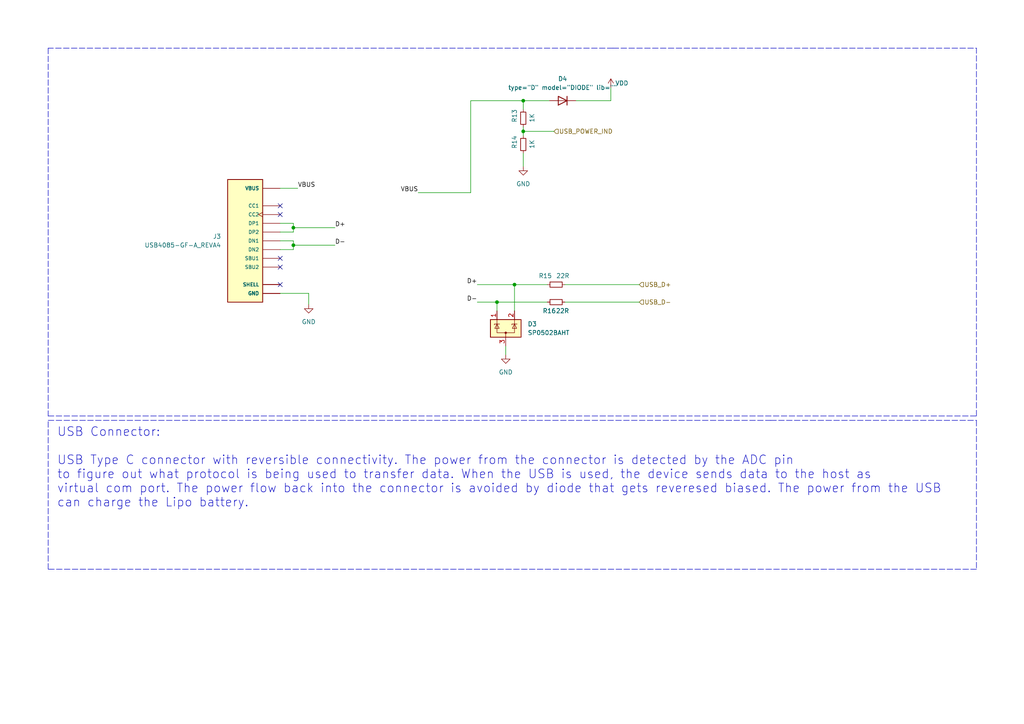
<source format=kicad_sch>
(kicad_sch (version 20211123) (generator eeschema)
  (paper "A4")
  (title_block (title "ProIMU") (rev "1") (company "Blackshield Engineering") (comment 1 "ProIMU V1"))
  (lib_symbols
    (symbol "Device:R_Small" (pin_numbers hide) (pin_names (offset 0.254) hide)
      (property "Reference" "R" (at 0.762 0.508 0))
      (property "Value" "R_Small" (at 0.762 -1.016 0))
      (symbol "R_Small_0_1"
        (rectangle (start -0.762 1.778) (end 0.762 -1.778) (stroke (width 0.2032)))
      )
      (symbol "R_Small_1_1"
        (pin passive line (at 0 2.54 270) (length 0.762) (name "~") (number "1"))
        (pin passive line (at 0 -2.54 90) (length 0.762) (name "~") (number "2"))
      )
    )
    (symbol "Power_Protection:SP0502BAHT" (pin_names hide)
      (property "Reference" "D" (at 5.715 2.54 0))
      (property "Value" "SP0502BAHT" (at 5.715 0.635 0))
      (symbol "SP0502BAHT_0_0"
        (pin passive line (at 0 -5.08 90) (length 2.54) (name "A") (number "3"))
      )
      (symbol "SP0502BAHT_0_1"
        (rectangle (start -4.445 2.54) (end 4.445 -2.54) (stroke (width 0.254)) (fill (type background)))
        (circle (center 0 -1.27) (radius 0.254) (fill (type outline)))
        (polyline (pts (xy -2.54 2.54) (xy -2.54 1.27)))
        (polyline (pts (xy 0 -1.27) (xy 0 -2.54)))
        (polyline (pts (xy 2.54 2.54) (xy 2.54 1.27)))
        (polyline (pts (xy -3.302 1.016) (xy -3.302 1.27) (xy -1.905 1.27) (xy -1.778 1.27)))
        (polyline (pts (xy -2.54 1.27) (xy -2.54 -1.27) (xy 2.54 -1.27) (xy 2.54 1.27)))
        (polyline (pts (xy -2.54 1.27) (xy -1.905 0) (xy -3.175 0) (xy -2.54 1.27)))
        (polyline (pts (xy 1.778 1.016) (xy 1.778 1.27) (xy 3.175 1.27) (xy 3.302 1.27)))
        (polyline (pts (xy 2.54 1.27) (xy 1.905 0) (xy 3.175 0) (xy 2.54 1.27)))
      )
      (symbol "SP0502BAHT_1_1"
        (pin passive line (at -2.54 5.08 270) (length 2.54) (name "K") (number "1"))
        (pin passive line (at 2.54 5.08 270) (length 2.54) (name "K") (number "2"))
      )
    )
    (symbol "Simulation_SPICE:DIODE" (pin_numbers hide) (pin_names (offset 1.016) hide)
      (property "Reference" "D" (at 0 2.54 0))
      (property "Value" "DIODE" (at 0 -2.54 0))
      (symbol "DIODE_0_1"
        (polyline (pts (xy 1.27 0) (xy -1.27 0)))
        (polyline (pts (xy 1.27 1.27) (xy 1.27 -1.27)) (stroke (width 0.254)))
        (polyline (pts (xy -1.27 -1.27) (xy -1.27 1.27) (xy 1.27 0) (xy -1.27 -1.27)) (stroke (width 0.254)))
      )
      (symbol "DIODE_1_1"
        (pin passive line (at -3.81 0 0) (length 2.54) (name "A") (number "1"))
        (pin passive line (at 3.81 0 180) (length 2.54) (name "K") (number "2"))
      )
    )
    (symbol "USB4085-GF-A_REVA4:USB4085-GF-A_REVA4" (pin_numbers hide) (pin_names (offset 1.016))
      (property "Reference" "J" (at -5.1054 18.3134 0))
      (property "Value" "USB4085-GF-A_REVA4" (at -5.1054 -20.3708 0))
      (symbol "USB4085-GF-A_REVA4_0_0"
        (rectangle (start -5.08 -17.78) (end 5.08 17.78) (stroke (width 0.254)) (fill (type background)))
        (pin passive line (at -10.16 -15.24 0) (length 5.08) (name "GND") (number "A1"))
        (pin passive line (at -10.16 -15.24 0) (length 5.08) (name "GND") (number "A12"))
        (pin power_in line (at -10.16 15.24 0) (length 5.08) (name "VBUS") (number "A4"))
        (pin bidirectional line (at -10.16 10.16 0) (length 5.08) (name "CC1") (number "A5"))
        (pin bidirectional line (at -10.16 5.08 0) (length 5.08) (name "DP1") (number "A6"))
        (pin bidirectional line (at -10.16 0 0) (length 5.08) (name "DN1") (number "A7"))
        (pin bidirectional line (at -10.16 -5.08 0) (length 5.08) (name "SBU1") (number "A8"))
        (pin power_in line (at -10.16 15.24 0) (length 5.08) (name "VBUS") (number "A9"))
        (pin passive line (at -10.16 -15.24 0) (length 5.08) (name "GND") (number "B1"))
        (pin passive line (at -10.16 -15.24 0) (length 5.08) (name "GND") (number "B12"))
        (pin power_in line (at -10.16 15.24 0) (length 5.08) (name "VBUS") (number "B4"))
        (pin bidirectional clock (at -10.16 7.62 0) (length 5.08) (name "CC2") (number "B5"))
        (pin bidirectional line (at -10.16 2.54 0) (length 5.08) (name "DP2") (number "B6"))
        (pin bidirectional line (at -10.16 -2.54 0) (length 5.08) (name "DN2") (number "B7"))
        (pin bidirectional line (at -10.16 -7.62 0) (length 5.08) (name "SBU2") (number "B8"))
        (pin power_in line (at -10.16 15.24 0) (length 5.08) (name "VBUS") (number "B9"))
        (pin passive line (at -10.16 -12.7 0) (length 5.08) (name "SHELL") (number "P1"))
        (pin passive line (at -10.16 -12.7 0) (length 5.08) (name "SHELL") (number "P2"))
        (pin passive line (at -10.16 -12.7 0) (length 5.08) (name "SHELL") (number "P3"))
        (pin passive line (at -10.16 -12.7 0) (length 5.08) (name "SHELL") (number "P4"))
      )
    )
    (symbol "power:GND" (power) (pin_names (offset 0))
      (property "Value" "GND" (at 0 -3.81 0))
      (symbol "GND_0_1"
        (polyline (pts (xy 0 0) (xy 0 -1.27) (xy 1.27 -1.27) (xy 0 -2.54) (xy -1.27 -1.27) (xy 0 -1.27)))
      )
      (symbol "GND_1_1"
        (pin power_in line (at 0 0 270) (length 0) hide (name "GND") (number "1"))
      )
    )
    (symbol "power:VDD" (power) (pin_names (offset 0))
      (property "Value" "VDD" (at 0 3.81 0))
      (symbol "VDD_0_1"
        (polyline (pts (xy -0.762 1.27) (xy 0 2.54)))
        (polyline (pts (xy 0 0) (xy 0 2.54)))
        (polyline (pts (xy 0 2.54) (xy 0.762 1.27)))
      )
      (symbol "VDD_1_1"
        (pin power_in line (at 0 0 90) (length 0) hide (name "VDD") (number "1"))
      )
    )
  )
  (junction (at 85.09 71.12))
  (junction (at 149.225 82.55))
  (junction (at 151.765 29.21))
  (junction (at 85.09 66.04))
  (junction (at 151.765 38.1))
  (junction (at 144.145 87.63))
  (no_connect (at 81.28 62.23))
  (no_connect (at 81.28 59.69))
  (no_connect (at 81.28 82.55))
  (no_connect (at 81.28 74.93))
  (no_connect (at 81.28 77.47))
  (wire (pts (xy 144.145 87.63) (xy 158.75 87.63)))
  (polyline (pts (xy 283.21 121.92) (xy 283.21 165.1)))
  (wire (pts (xy 85.09 64.77) (xy 85.09 66.04)))
  (wire (pts (xy 151.765 44.45) (xy 151.765 48.26)))
  (wire (pts (xy 149.225 82.55) (xy 158.75 82.55)))
  (wire (pts (xy 81.28 69.85) (xy 85.09 69.85)))
  (polyline (pts (xy 13.97 121.92) (xy 223.52 121.92)))
  (polyline (pts (xy 177.8 13.97) (xy 283.21 13.97)))
  (wire (pts (xy 151.765 38.1) (xy 160.655 38.1)))
  (wire (pts (xy 177.165 25.4) (xy 177.165 29.21)))
  (wire (pts (xy 89.535 85.09) (xy 89.535 88.265)))
  (wire (pts (xy 151.765 29.21) (xy 159.385 29.21)))
  (wire (pts (xy 121.285 55.88) (xy 136.525 55.88)))
  (wire (pts (xy 97.155 71.12) (xy 85.09 71.12)))
  (wire (pts (xy 85.09 67.31) (xy 81.28 67.31)))
  (wire (pts (xy 144.145 87.63) (xy 144.145 90.17)))
  (wire (pts (xy 163.83 87.63) (xy 185.42 87.63)))
  (wire (pts (xy 138.43 82.55) (xy 149.225 82.55)))
  (wire (pts (xy 81.28 85.09) (xy 89.535 85.09)))
  (wire (pts (xy 136.525 29.21) (xy 136.525 55.88)))
  (wire (pts (xy 85.09 66.04) (xy 85.09 67.31)))
  (polyline (pts (xy 13.97 120.65) (xy 283.21 120.65)))
  (wire (pts (xy 163.83 82.55) (xy 185.42 82.55)))
  (wire (pts (xy 149.225 82.55) (xy 149.225 90.17)))
  (polyline (pts (xy 13.97 13.97) (xy 13.97 120.65)))
  (wire (pts (xy 151.765 31.75) (xy 151.765 29.21)))
  (wire (pts (xy 167.005 29.21) (xy 177.165 29.21)))
  (polyline (pts (xy 283.21 120.65) (xy 283.21 13.97)))
  (wire (pts (xy 151.765 36.83) (xy 151.765 38.1)))
  (wire (pts (xy 86.36 54.61) (xy 81.28 54.61)))
  (polyline (pts (xy 223.52 121.92) (xy 283.21 121.92)))
  (wire (pts (xy 97.155 66.04) (xy 85.09 66.04)))
  (wire (pts (xy 85.09 72.39) (xy 81.28 72.39)))
  (wire (pts (xy 85.09 69.85) (xy 85.09 71.12)))
  (wire (pts (xy 136.525 29.21) (xy 151.765 29.21)))
  (polyline (pts (xy 13.97 165.1) (xy 13.97 121.92)))
  (wire (pts (xy 146.685 100.33) (xy 146.685 102.87)))
  (polyline (pts (xy 177.8 13.97) (xy 13.97 13.97)))
  (wire (pts (xy 85.09 71.12) (xy 85.09 72.39)))
  (wire (pts (xy 151.765 38.1) (xy 151.765 39.37)))
  (wire (pts (xy 81.28 64.77) (xy 85.09 64.77)))
  (polyline (pts (xy 283.21 165.1) (xy 13.97 165.1)))
  (wire (pts (xy 138.43 87.63) (xy 144.145 87.63)))
  (text "USB Connector:\n\nUSB Type C connector with reversible connectivity. The power from the connector is detected by the ADC pin \nto figure out what protocol is being used to transfer data. When the USB is used, the device sends data to the host as\nvirtual com port. The power flow back into the connector is avoided by diode that gets reveresed biased. The power from the USB \ncan charge the Lipo battery.\n" (at 16.51 147.32 0) (effects (font (size 2.54 2.54)) (justify left bottom)))
  (label "D-" (at 138.43 87.63 180))
  (label "D+" (at 97.155 66.04 0))
  (label "VBUS" (at 86.36 54.61 0))
  (label "D-" (at 97.155 71.12 0))
  (label "VBUS" (at 121.285 55.88 180))
  (label "D+" (at 138.43 82.55 180))
  (hierarchical_label "USB_POWER_IND" (shape input) (at 160.655 38.1 0))
  (hierarchical_label "USB_D-" (shape input) (at 185.42 87.63 0))
  (hierarchical_label "USB_D+" (shape input) (at 185.42 82.55 0))
  (symbol (lib_id "power:GND") (at 151.765 48.26 0) (unit 1)
    (property "Reference" "#PWR064" (effects hide))
    (property "Value" "GND" (at 151.765 53.34 0))
  )
  (symbol (lib_id "power:GND") (at 146.685 102.87 0) (unit 1)
    (property "Reference" "#PWR063" (effects hide))
    (property "Value" "GND" (at 146.685 107.95 0))
  )
  (symbol (lib_id "Simulation_SPICE:DIODE") (at 163.195 29.21 0) (unit 1)
    (property "Reference" "D4" (at 163.195 22.86 0))
    (property "Value" "DIODE" (at 163.195 25.4 0))
    (property "Spice_Netlist_Enabled" "Y" (effects hide))
    (property "Spice_Primitive" "D" (effects hide))
  )
  (symbol (lib_id "Device:R_Small") (at 151.765 41.91 0) (mirror x) (unit 1)
    (property "Reference" "R14" (at 149.225 43.18 90) (effects (justify right)))
    (property "Value" "1K" (at 154.305 43.18 90) (effects (justify right)))
    (property "Footprint" "Resistor_SMD:R_0402_1005Metric_Pad0.72x0.64mm_HandSolder" (effects hide))
  )
  (symbol (lib_id "USB4085-GF-A_REVA4:USB4085-GF-A_REVA4") (at 71.12 69.85 0) (mirror y) (unit 1)
    (property "Reference" "J3" (at 64.135 68.5799 0) (effects (justify left)))
    (property "Value" "USB4085-GF-A_REVA4" (at 64.135 71.1199 0) (effects (justify left)))
    (property "Footprint" "footprints:GCT_USB4085-GF-A_REVA4" (effects hide))
    (property "PARTREV" "A4" (effects hide))
    (property "MAXIMUM_PACKAGE_HEIGHT" "3.46mm" (effects hide))
    (property "MANUFACTURER" "Global Connector Technology" (effects hide))
    (property "STANDARD" "Manufacturer Recommendations" (effects hide))
  )
  (symbol (lib_id "power:VDD") (at 177.165 25.4 0) (mirror y) (unit 1)
    (property "Reference" "#PWR065" (effects hide))
    (property "Value" "VDD" (at 178.435 24.13 0) (effects (justify right)))
  )
  (symbol (lib_id "Device:R_Small") (at 151.765 34.29 0) (mirror x) (unit 1)
    (property "Reference" "R13" (at 149.225 35.56 90) (effects (justify right)))
    (property "Value" "1K" (at 154.305 35.56 90) (effects (justify right)))
    (property "Footprint" "Resistor_SMD:R_0402_1005Metric_Pad0.72x0.64mm_HandSolder" (effects hide))
  )
  (symbol (lib_id "Device:R_Small") (at 161.29 82.55 90) (mirror x) (unit 1)
    (property "Reference" "R15" (at 156.21 80.01 90) (effects (justify right)))
    (property "Value" "22R" (at 161.29 80.01 90) (effects (justify right)))
    (property "Footprint" "Resistor_SMD:R_0402_1005Metric_Pad0.72x0.64mm_HandSolder" (effects hide))
  )
  (symbol (lib_id "power:GND") (at 89.535 88.265 0) (mirror y) (unit 1)
    (property "Reference" "#PWR052" (effects hide))
    (property "Value" "GND" (at 89.535 93.345 0))
  )
  (symbol (lib_id "Power_Protection:SP0502BAHT") (at 146.685 95.25 0) (unit 1)
    (property "Reference" "D3" (at 153.035 93.9799 0) (effects (justify left)))
    (property "Value" "SP0502BAHT" (at 153.035 96.5199 0) (effects (justify left)))
    (property "Footprint" "Package_TO_SOT_SMD:SOT-23" (effects hide))
    (property "Datasheet" "http://www.littelfuse.com/~/media/files/littelfuse/technical%20resources/documents/data%20sheets/sp05xxba.pdf" (effects hide))
  )
  (symbol (lib_id "Device:R_Small") (at 161.29 87.63 270) (mirror x) (unit 1)
    (property "Reference" "R16" (at 161.29 90.17 90) (effects (justify right)))
    (property "Value" "22R" (at 165.1 90.17 90) (effects (justify right)))
    (property "Footprint" "Resistor_SMD:R_0402_1005Metric_Pad0.72x0.64mm_HandSolder" (effects hide))
  )
)
</source>
